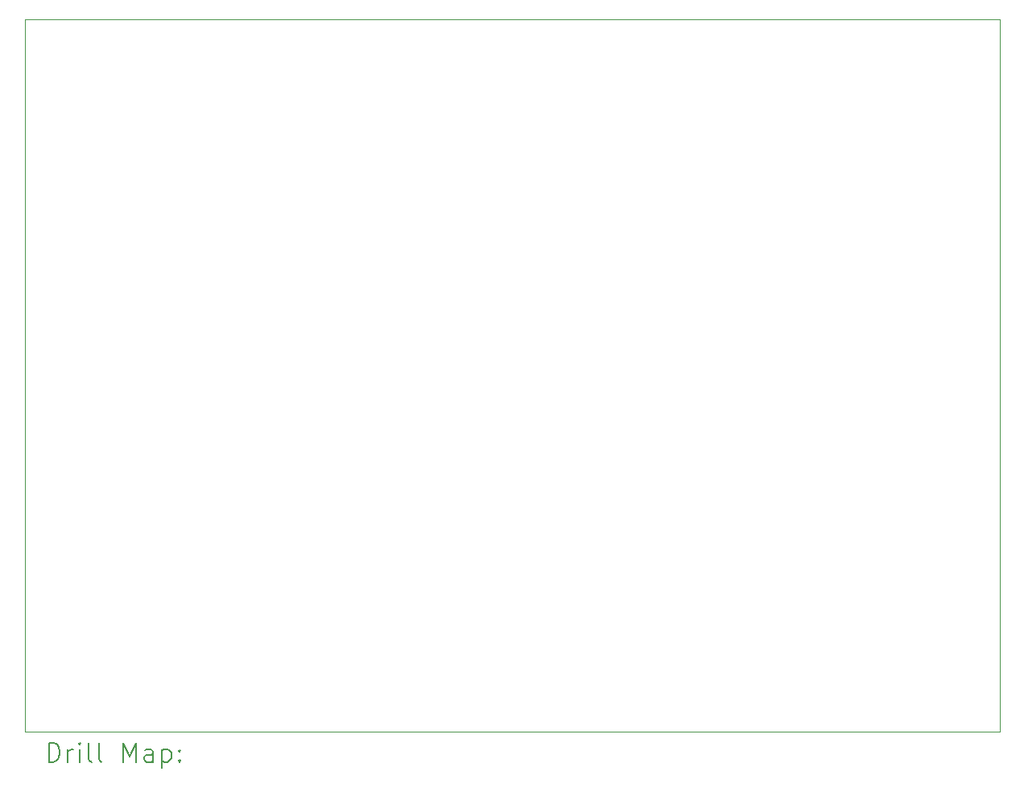
<source format=gbr>
%FSLAX45Y45*%
G04 Gerber Fmt 4.5, Leading zero omitted, Abs format (unit mm)*
G04 Created by KiCad (PCBNEW (6.0.0)) date 2022-08-08 17:28:07*
%MOMM*%
%LPD*%
G01*
G04 APERTURE LIST*
%TA.AperFunction,Profile*%
%ADD10C,0.100000*%
%TD*%
%ADD11C,0.200000*%
G04 APERTURE END LIST*
D10*
X16750000Y-5000000D02*
X16750000Y-12500000D01*
X6500000Y-5000000D02*
X16750000Y-5000000D01*
X6500000Y-12500000D02*
X6500000Y-5000000D01*
X16750000Y-12500000D02*
X6500000Y-12500000D01*
D11*
X6752619Y-12815476D02*
X6752619Y-12615476D01*
X6800238Y-12615476D01*
X6828809Y-12625000D01*
X6847857Y-12644048D01*
X6857381Y-12663095D01*
X6866905Y-12701190D01*
X6866905Y-12729762D01*
X6857381Y-12767857D01*
X6847857Y-12786905D01*
X6828809Y-12805952D01*
X6800238Y-12815476D01*
X6752619Y-12815476D01*
X6952619Y-12815476D02*
X6952619Y-12682143D01*
X6952619Y-12720238D02*
X6962143Y-12701190D01*
X6971667Y-12691667D01*
X6990714Y-12682143D01*
X7009762Y-12682143D01*
X7076428Y-12815476D02*
X7076428Y-12682143D01*
X7076428Y-12615476D02*
X7066905Y-12625000D01*
X7076428Y-12634524D01*
X7085952Y-12625000D01*
X7076428Y-12615476D01*
X7076428Y-12634524D01*
X7200238Y-12815476D02*
X7181190Y-12805952D01*
X7171667Y-12786905D01*
X7171667Y-12615476D01*
X7305000Y-12815476D02*
X7285952Y-12805952D01*
X7276428Y-12786905D01*
X7276428Y-12615476D01*
X7533571Y-12815476D02*
X7533571Y-12615476D01*
X7600238Y-12758333D01*
X7666905Y-12615476D01*
X7666905Y-12815476D01*
X7847857Y-12815476D02*
X7847857Y-12710714D01*
X7838333Y-12691667D01*
X7819286Y-12682143D01*
X7781190Y-12682143D01*
X7762143Y-12691667D01*
X7847857Y-12805952D02*
X7828809Y-12815476D01*
X7781190Y-12815476D01*
X7762143Y-12805952D01*
X7752619Y-12786905D01*
X7752619Y-12767857D01*
X7762143Y-12748809D01*
X7781190Y-12739286D01*
X7828809Y-12739286D01*
X7847857Y-12729762D01*
X7943095Y-12682143D02*
X7943095Y-12882143D01*
X7943095Y-12691667D02*
X7962143Y-12682143D01*
X8000238Y-12682143D01*
X8019286Y-12691667D01*
X8028809Y-12701190D01*
X8038333Y-12720238D01*
X8038333Y-12777381D01*
X8028809Y-12796428D01*
X8019286Y-12805952D01*
X8000238Y-12815476D01*
X7962143Y-12815476D01*
X7943095Y-12805952D01*
X8124048Y-12796428D02*
X8133571Y-12805952D01*
X8124048Y-12815476D01*
X8114524Y-12805952D01*
X8124048Y-12796428D01*
X8124048Y-12815476D01*
X8124048Y-12691667D02*
X8133571Y-12701190D01*
X8124048Y-12710714D01*
X8114524Y-12701190D01*
X8124048Y-12691667D01*
X8124048Y-12710714D01*
M02*

</source>
